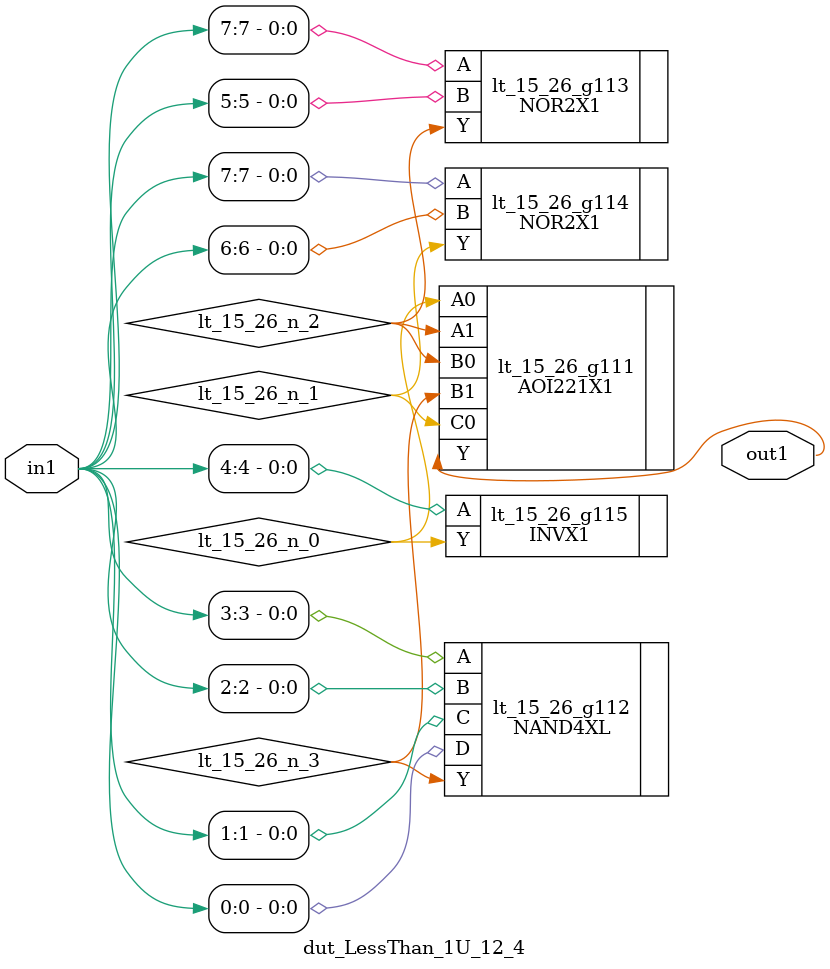
<source format=v>
`timescale 1ps / 1ps


module dut_LessThan_1U_12_4(in1, out1);
  input [7:0] in1;
  output out1;
  wire [7:0] in1;
  wire out1;
  wire lt_15_26_n_0, lt_15_26_n_1, lt_15_26_n_2, lt_15_26_n_3;
  AOI221X1 lt_15_26_g111(.A0 (lt_15_26_n_0), .A1 (lt_15_26_n_2), .B0
       (lt_15_26_n_2), .B1 (lt_15_26_n_3), .C0 (lt_15_26_n_1), .Y
       (out1));
  NAND4XL lt_15_26_g112(.A (in1[3]), .B (in1[2]), .C (in1[1]), .D
       (in1[0]), .Y (lt_15_26_n_3));
  NOR2X1 lt_15_26_g113(.A (in1[7]), .B (in1[5]), .Y (lt_15_26_n_2));
  NOR2X1 lt_15_26_g114(.A (in1[7]), .B (in1[6]), .Y (lt_15_26_n_1));
  INVX1 lt_15_26_g115(.A (in1[4]), .Y (lt_15_26_n_0));
endmodule



</source>
